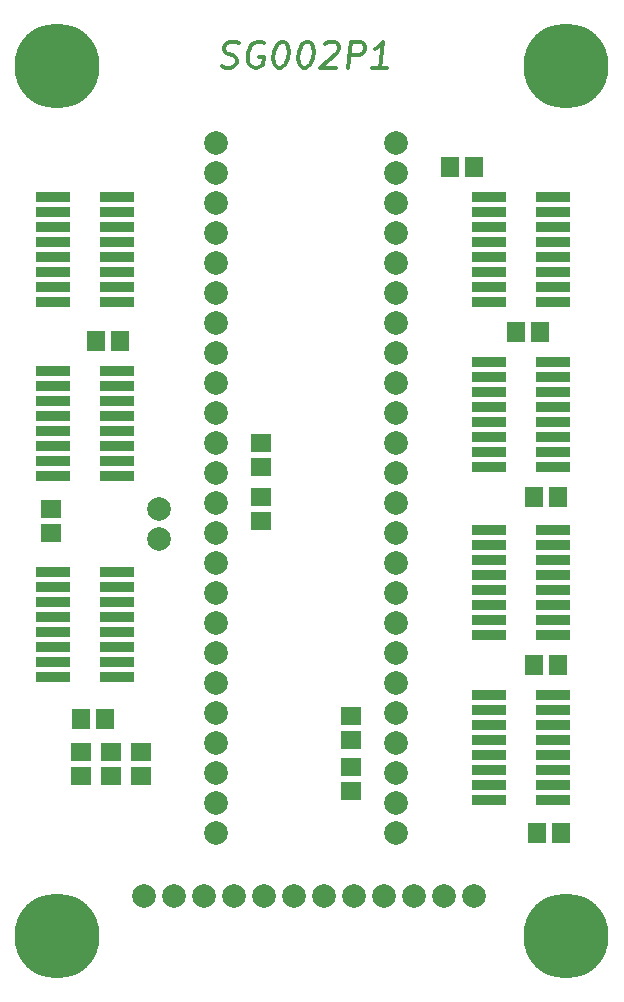
<source format=gts>
G04 #@! TF.FileFunction,Soldermask,Top*
%FSLAX46Y46*%
G04 Gerber Fmt 4.6, Leading zero omitted, Abs format (unit mm)*
G04 Created by KiCad (PCBNEW 4.0.7) date 05/24/21 14:21:38*
%MOMM*%
%LPD*%
G01*
G04 APERTURE LIST*
%ADD10C,0.200000*%
%ADD11C,0.300000*%
%ADD12R,1.600000X1.700000*%
%ADD13R,1.700000X1.600000*%
%ADD14C,2.000000*%
%ADD15R,3.000000X0.900000*%
%ADD16C,7.200000*%
G04 APERTURE END LIST*
D10*
D11*
X18899644Y-4014476D02*
X19200833Y-4119238D01*
X19724643Y-4119238D01*
X19947263Y-4014476D01*
X20065120Y-3909714D01*
X20196071Y-3700190D01*
X20222262Y-3490667D01*
X20143691Y-3281143D01*
X20052024Y-3176381D01*
X19855596Y-3071619D01*
X19449643Y-2966857D01*
X19253214Y-2862095D01*
X19161548Y-2757333D01*
X19082977Y-2547810D01*
X19109167Y-2338286D01*
X19240120Y-2128762D01*
X19357976Y-2024000D01*
X19580595Y-1919238D01*
X20104405Y-1919238D01*
X20405595Y-2024000D01*
X22500833Y-2024000D02*
X22304405Y-1919238D01*
X21990119Y-1919238D01*
X21662738Y-2024000D01*
X21427024Y-2233524D01*
X21296072Y-2443048D01*
X21138929Y-2862095D01*
X21099643Y-3176381D01*
X21152024Y-3595429D01*
X21230595Y-3804952D01*
X21413929Y-4014476D01*
X21715119Y-4119238D01*
X21924643Y-4119238D01*
X22252024Y-4014476D01*
X22369881Y-3909714D01*
X22461547Y-3176381D01*
X22042500Y-3176381D01*
X23980595Y-1919238D02*
X24190119Y-1919238D01*
X24386548Y-2024000D01*
X24478215Y-2128762D01*
X24556786Y-2338286D01*
X24609166Y-2757333D01*
X24543690Y-3281143D01*
X24386548Y-3700190D01*
X24255596Y-3909714D01*
X24137739Y-4014476D01*
X23915119Y-4119238D01*
X23705595Y-4119238D01*
X23509167Y-4014476D01*
X23417500Y-3909714D01*
X23338929Y-3700190D01*
X23286548Y-3281143D01*
X23352024Y-2757333D01*
X23509167Y-2338286D01*
X23640119Y-2128762D01*
X23757976Y-2024000D01*
X23980595Y-1919238D01*
X26075833Y-1919238D02*
X26285357Y-1919238D01*
X26481786Y-2024000D01*
X26573453Y-2128762D01*
X26652024Y-2338286D01*
X26704404Y-2757333D01*
X26638928Y-3281143D01*
X26481786Y-3700190D01*
X26350834Y-3909714D01*
X26232977Y-4014476D01*
X26010357Y-4119238D01*
X25800833Y-4119238D01*
X25604405Y-4014476D01*
X25512738Y-3909714D01*
X25434167Y-3700190D01*
X25381786Y-3281143D01*
X25447262Y-2757333D01*
X25604405Y-2338286D01*
X25735357Y-2128762D01*
X25853214Y-2024000D01*
X26075833Y-1919238D01*
X27621072Y-2128762D02*
X27738929Y-2024000D01*
X27961547Y-1919238D01*
X28485357Y-1919238D01*
X28681786Y-2024000D01*
X28773453Y-2128762D01*
X28852023Y-2338286D01*
X28825833Y-2547810D01*
X28681786Y-2862095D01*
X27267500Y-4119238D01*
X28629404Y-4119238D01*
X29572262Y-4119238D02*
X29847262Y-1919238D01*
X30685357Y-1919238D01*
X30881786Y-2024000D01*
X30973452Y-2128762D01*
X31052023Y-2338286D01*
X31012738Y-2652571D01*
X30881785Y-2862095D01*
X30763929Y-2966857D01*
X30541310Y-3071619D01*
X29703215Y-3071619D01*
X32924642Y-4119238D02*
X31667500Y-4119238D01*
X32296071Y-4119238D02*
X32571071Y-1919238D01*
X32322262Y-2233524D01*
X32086547Y-2443048D01*
X31863929Y-2547810D01*
D12*
X8250000Y-27254000D03*
X10294700Y-27254000D03*
D13*
X4440000Y-41478000D03*
X4440000Y-43522700D03*
D12*
X6980000Y-59258000D03*
X9024700Y-59258000D03*
X40254000Y-12522000D03*
X38209300Y-12522000D03*
X45842000Y-26492000D03*
X43797300Y-26492000D03*
X47366000Y-40462000D03*
X45321300Y-40462000D03*
X47366000Y-54686000D03*
X45321300Y-54686000D03*
D13*
X22220000Y-40462000D03*
X22220000Y-42506700D03*
X12060000Y-62052000D03*
X12060000Y-64096700D03*
D14*
X12314000Y-74244000D03*
X14854000Y-74244000D03*
X17394000Y-74244000D03*
X19934000Y-74244000D03*
X25014000Y-74244000D03*
X22474000Y-74244000D03*
X27554000Y-74244000D03*
X30094000Y-74244000D03*
X32634000Y-74244000D03*
X35174000Y-74244000D03*
X37714000Y-74244000D03*
X40254000Y-74244000D03*
X13584000Y-41478000D03*
X13584000Y-44018000D03*
D13*
X6980000Y-64084000D03*
X6980000Y-62039300D03*
X29840000Y-63322000D03*
X29840000Y-65366700D03*
X29840000Y-61036000D03*
X29840000Y-58991300D03*
X22220000Y-35890000D03*
X22220000Y-37934700D03*
D12*
X45588000Y-68910000D03*
X47632700Y-68910000D03*
D13*
X9520000Y-64084000D03*
X9520000Y-62039300D03*
D15*
X10028000Y-55702000D03*
X10028000Y-54432000D03*
X10028000Y-53162000D03*
X10028000Y-51892000D03*
X10028000Y-50622000D03*
X10028000Y-49352000D03*
X10028000Y-48082000D03*
X4630500Y-48082000D03*
X4630500Y-49352000D03*
X4630500Y-50622000D03*
X4630500Y-51892000D03*
X4630500Y-53162000D03*
X4630500Y-54432000D03*
X4630500Y-55702000D03*
X10028000Y-46812000D03*
X4630500Y-46812000D03*
X10028000Y-38684000D03*
X10028000Y-37414000D03*
X10028000Y-36144000D03*
X10028000Y-34874000D03*
X10028000Y-33604000D03*
X10028000Y-32334000D03*
X10028000Y-31064000D03*
X4630500Y-31064000D03*
X4630500Y-32334000D03*
X4630500Y-33604000D03*
X4630500Y-34874000D03*
X4630500Y-36144000D03*
X4630500Y-37414000D03*
X4630500Y-38684000D03*
X10028000Y-29794000D03*
X4630500Y-29794000D03*
X10028000Y-23952000D03*
X10028000Y-22682000D03*
X10028000Y-21412000D03*
X10028000Y-20142000D03*
X10028000Y-18872000D03*
X10028000Y-17602000D03*
X10028000Y-16332000D03*
X4630500Y-16332000D03*
X4630500Y-17602000D03*
X4630500Y-18872000D03*
X4630500Y-20142000D03*
X4630500Y-21412000D03*
X4630500Y-22682000D03*
X4630500Y-23952000D03*
X10028000Y-15062000D03*
X4630500Y-15062000D03*
X41524000Y-15062000D03*
X41524000Y-16332000D03*
X41524000Y-17602000D03*
X41524000Y-18872000D03*
X41524000Y-20142000D03*
X41524000Y-21412000D03*
X41524000Y-22682000D03*
X46921500Y-22682000D03*
X46921500Y-21412000D03*
X46921500Y-20142000D03*
X46921500Y-18872000D03*
X46921500Y-17602000D03*
X46921500Y-16332000D03*
X46921500Y-15062000D03*
X41524000Y-23952000D03*
X46921500Y-23952000D03*
X41524000Y-43256000D03*
X41524000Y-44526000D03*
X41524000Y-45796000D03*
X41524000Y-47066000D03*
X41524000Y-48336000D03*
X41524000Y-49606000D03*
X41524000Y-50876000D03*
X46921500Y-50876000D03*
X46921500Y-49606000D03*
X46921500Y-48336000D03*
X46921500Y-47066000D03*
X46921500Y-45796000D03*
X46921500Y-44526000D03*
X46921500Y-43256000D03*
X41524000Y-52146000D03*
X46921500Y-52146000D03*
D14*
X18410000Y-10490000D03*
X18410000Y-13030000D03*
X18410000Y-15570000D03*
X18410000Y-18110000D03*
X18410000Y-20650000D03*
X18410000Y-23190000D03*
X18410000Y-25730000D03*
X18410000Y-28270000D03*
X18410000Y-30810000D03*
X18410000Y-33350000D03*
X18410000Y-35890000D03*
X18410000Y-38430000D03*
X18410000Y-40970000D03*
X18410000Y-43510000D03*
X18410000Y-46050000D03*
X18410000Y-48590000D03*
X18410000Y-51130000D03*
X18410000Y-53670000D03*
X18410000Y-56210000D03*
X18410000Y-58750000D03*
X18410000Y-61290000D03*
X18410000Y-63830000D03*
X18410000Y-66370000D03*
X18410000Y-68910000D03*
X33650000Y-68910000D03*
X33650000Y-66370000D03*
X33650000Y-63830000D03*
X33650000Y-61290000D03*
X33650000Y-58750000D03*
X33650000Y-56210000D03*
X33650000Y-53670000D03*
X33650000Y-51130000D03*
X33650000Y-48590000D03*
X33650000Y-46050000D03*
X33650000Y-43510000D03*
X33650000Y-40970000D03*
X33650000Y-38430000D03*
X33650000Y-35890000D03*
X33650000Y-33350000D03*
X33650000Y-30810000D03*
X33650000Y-28270000D03*
X33650000Y-25730000D03*
X33650000Y-23190000D03*
X33650000Y-20650000D03*
X33650000Y-18110000D03*
X33650000Y-15570000D03*
X33650000Y-13030000D03*
X33650000Y-10490000D03*
D15*
X41524000Y-29032000D03*
X41524000Y-30302000D03*
X41524000Y-31572000D03*
X41524000Y-32842000D03*
X41524000Y-34112000D03*
X41524000Y-35382000D03*
X41524000Y-36652000D03*
X46921500Y-36652000D03*
X46921500Y-35382000D03*
X46921500Y-34112000D03*
X46921500Y-32842000D03*
X46921500Y-31572000D03*
X46921500Y-30302000D03*
X46921500Y-29032000D03*
X41524000Y-37922000D03*
X46921500Y-37922000D03*
X41524000Y-57226000D03*
X41524000Y-58496000D03*
X41524000Y-59766000D03*
X41524000Y-61036000D03*
X41524000Y-62306000D03*
X41524000Y-63576000D03*
X41524000Y-64846000D03*
X46921500Y-64846000D03*
X46921500Y-63576000D03*
X46921500Y-62306000D03*
X46921500Y-61036000D03*
X46921500Y-59766000D03*
X46921500Y-58496000D03*
X46921500Y-57226000D03*
X41524000Y-66116000D03*
X46921500Y-66116000D03*
D16*
X48100000Y-77600000D03*
X5000000Y-77600000D03*
X5000000Y-4000000D03*
X48100000Y-4000000D03*
M02*

</source>
